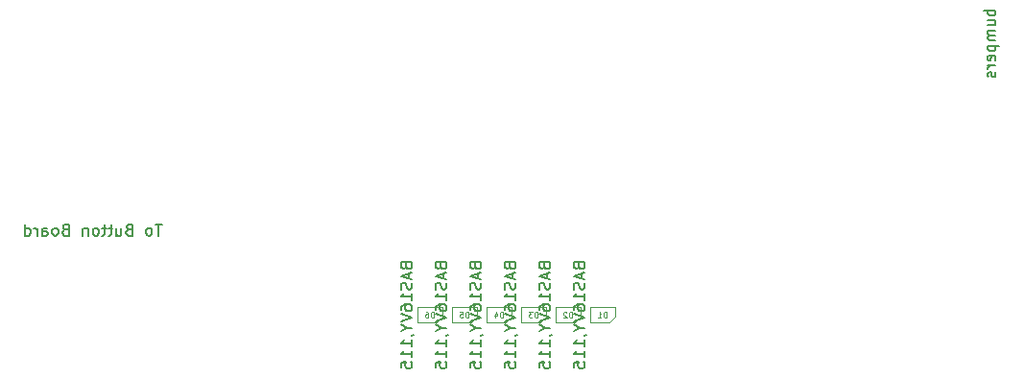
<source format=gbr>
G04 #@! TF.GenerationSoftware,KiCad,Pcbnew,8.0.2*
G04 #@! TF.CreationDate,2024-09-01T00:41:49-07:00*
G04 #@! TF.ProjectId,procon_button_board,70726f63-6f6e-45f6-9275-74746f6e5f62,rev?*
G04 #@! TF.SameCoordinates,Original*
G04 #@! TF.FileFunction,AssemblyDrawing,Bot*
%FSLAX46Y46*%
G04 Gerber Fmt 4.6, Leading zero omitted, Abs format (unit mm)*
G04 Created by KiCad (PCBNEW 8.0.2) date 2024-09-01 00:41:49*
%MOMM*%
%LPD*%
G01*
G04 APERTURE LIST*
%ADD10C,0.150000*%
%ADD11C,0.075000*%
%ADD12C,0.100000*%
G04 APERTURE END LIST*
D10*
X144305729Y-159950088D02*
X144353348Y-160092945D01*
X144353348Y-160092945D02*
X144400967Y-160140564D01*
X144400967Y-160140564D02*
X144496205Y-160188183D01*
X144496205Y-160188183D02*
X144639062Y-160188183D01*
X144639062Y-160188183D02*
X144734300Y-160140564D01*
X144734300Y-160140564D02*
X144781920Y-160092945D01*
X144781920Y-160092945D02*
X144829539Y-159997707D01*
X144829539Y-159997707D02*
X144829539Y-159616755D01*
X144829539Y-159616755D02*
X143829539Y-159616755D01*
X143829539Y-159616755D02*
X143829539Y-159950088D01*
X143829539Y-159950088D02*
X143877158Y-160045326D01*
X143877158Y-160045326D02*
X143924777Y-160092945D01*
X143924777Y-160092945D02*
X144020015Y-160140564D01*
X144020015Y-160140564D02*
X144115253Y-160140564D01*
X144115253Y-160140564D02*
X144210491Y-160092945D01*
X144210491Y-160092945D02*
X144258110Y-160045326D01*
X144258110Y-160045326D02*
X144305729Y-159950088D01*
X144305729Y-159950088D02*
X144305729Y-159616755D01*
X144543824Y-160569136D02*
X144543824Y-161045326D01*
X144829539Y-160473898D02*
X143829539Y-160807231D01*
X143829539Y-160807231D02*
X144829539Y-161140564D01*
X144781920Y-161426279D02*
X144829539Y-161569136D01*
X144829539Y-161569136D02*
X144829539Y-161807231D01*
X144829539Y-161807231D02*
X144781920Y-161902469D01*
X144781920Y-161902469D02*
X144734300Y-161950088D01*
X144734300Y-161950088D02*
X144639062Y-161997707D01*
X144639062Y-161997707D02*
X144543824Y-161997707D01*
X144543824Y-161997707D02*
X144448586Y-161950088D01*
X144448586Y-161950088D02*
X144400967Y-161902469D01*
X144400967Y-161902469D02*
X144353348Y-161807231D01*
X144353348Y-161807231D02*
X144305729Y-161616755D01*
X144305729Y-161616755D02*
X144258110Y-161521517D01*
X144258110Y-161521517D02*
X144210491Y-161473898D01*
X144210491Y-161473898D02*
X144115253Y-161426279D01*
X144115253Y-161426279D02*
X144020015Y-161426279D01*
X144020015Y-161426279D02*
X143924777Y-161473898D01*
X143924777Y-161473898D02*
X143877158Y-161521517D01*
X143877158Y-161521517D02*
X143829539Y-161616755D01*
X143829539Y-161616755D02*
X143829539Y-161854850D01*
X143829539Y-161854850D02*
X143877158Y-161997707D01*
X144829539Y-162950088D02*
X144829539Y-162378660D01*
X144829539Y-162664374D02*
X143829539Y-162664374D01*
X143829539Y-162664374D02*
X143972396Y-162569136D01*
X143972396Y-162569136D02*
X144067634Y-162473898D01*
X144067634Y-162473898D02*
X144115253Y-162378660D01*
X143829539Y-163807231D02*
X143829539Y-163616755D01*
X143829539Y-163616755D02*
X143877158Y-163521517D01*
X143877158Y-163521517D02*
X143924777Y-163473898D01*
X143924777Y-163473898D02*
X144067634Y-163378660D01*
X144067634Y-163378660D02*
X144258110Y-163331041D01*
X144258110Y-163331041D02*
X144639062Y-163331041D01*
X144639062Y-163331041D02*
X144734300Y-163378660D01*
X144734300Y-163378660D02*
X144781920Y-163426279D01*
X144781920Y-163426279D02*
X144829539Y-163521517D01*
X144829539Y-163521517D02*
X144829539Y-163711993D01*
X144829539Y-163711993D02*
X144781920Y-163807231D01*
X144781920Y-163807231D02*
X144734300Y-163854850D01*
X144734300Y-163854850D02*
X144639062Y-163902469D01*
X144639062Y-163902469D02*
X144400967Y-163902469D01*
X144400967Y-163902469D02*
X144305729Y-163854850D01*
X144305729Y-163854850D02*
X144258110Y-163807231D01*
X144258110Y-163807231D02*
X144210491Y-163711993D01*
X144210491Y-163711993D02*
X144210491Y-163521517D01*
X144210491Y-163521517D02*
X144258110Y-163426279D01*
X144258110Y-163426279D02*
X144305729Y-163378660D01*
X144305729Y-163378660D02*
X144400967Y-163331041D01*
X143829539Y-164188184D02*
X144829539Y-164521517D01*
X144829539Y-164521517D02*
X143829539Y-164854850D01*
X144353348Y-165378660D02*
X144829539Y-165378660D01*
X143829539Y-165045327D02*
X144353348Y-165378660D01*
X144353348Y-165378660D02*
X143829539Y-165711993D01*
X144781920Y-166092946D02*
X144829539Y-166092946D01*
X144829539Y-166092946D02*
X144924777Y-166045327D01*
X144924777Y-166045327D02*
X144972396Y-165997708D01*
X144829539Y-167045326D02*
X144829539Y-166473898D01*
X144829539Y-166759612D02*
X143829539Y-166759612D01*
X143829539Y-166759612D02*
X143972396Y-166664374D01*
X143972396Y-166664374D02*
X144067634Y-166569136D01*
X144067634Y-166569136D02*
X144115253Y-166473898D01*
X144829539Y-167997707D02*
X144829539Y-167426279D01*
X144829539Y-167711993D02*
X143829539Y-167711993D01*
X143829539Y-167711993D02*
X143972396Y-167616755D01*
X143972396Y-167616755D02*
X144067634Y-167521517D01*
X144067634Y-167521517D02*
X144115253Y-167426279D01*
X143829539Y-168902469D02*
X143829539Y-168426279D01*
X143829539Y-168426279D02*
X144305729Y-168378660D01*
X144305729Y-168378660D02*
X144258110Y-168426279D01*
X144258110Y-168426279D02*
X144210491Y-168521517D01*
X144210491Y-168521517D02*
X144210491Y-168759612D01*
X144210491Y-168759612D02*
X144258110Y-168854850D01*
X144258110Y-168854850D02*
X144305729Y-168902469D01*
X144305729Y-168902469D02*
X144400967Y-168950088D01*
X144400967Y-168950088D02*
X144639062Y-168950088D01*
X144639062Y-168950088D02*
X144734300Y-168902469D01*
X144734300Y-168902469D02*
X144781920Y-168854850D01*
X144781920Y-168854850D02*
X144829539Y-168759612D01*
X144829539Y-168759612D02*
X144829539Y-168521517D01*
X144829539Y-168521517D02*
X144781920Y-168426279D01*
X144781920Y-168426279D02*
X144734300Y-168378660D01*
D11*
X146743767Y-164487021D02*
X146743767Y-163987021D01*
X146743767Y-163987021D02*
X146624719Y-163987021D01*
X146624719Y-163987021D02*
X146553291Y-164010831D01*
X146553291Y-164010831D02*
X146505672Y-164058450D01*
X146505672Y-164058450D02*
X146481862Y-164106069D01*
X146481862Y-164106069D02*
X146458053Y-164201307D01*
X146458053Y-164201307D02*
X146458053Y-164272735D01*
X146458053Y-164272735D02*
X146481862Y-164367973D01*
X146481862Y-164367973D02*
X146505672Y-164415592D01*
X146505672Y-164415592D02*
X146553291Y-164463212D01*
X146553291Y-164463212D02*
X146624719Y-164487021D01*
X146624719Y-164487021D02*
X146743767Y-164487021D01*
X146267576Y-164034640D02*
X146243767Y-164010831D01*
X146243767Y-164010831D02*
X146196148Y-163987021D01*
X146196148Y-163987021D02*
X146077100Y-163987021D01*
X146077100Y-163987021D02*
X146029481Y-164010831D01*
X146029481Y-164010831D02*
X146005672Y-164034640D01*
X146005672Y-164034640D02*
X145981862Y-164082259D01*
X145981862Y-164082259D02*
X145981862Y-164129878D01*
X145981862Y-164129878D02*
X146005672Y-164201307D01*
X146005672Y-164201307D02*
X146291386Y-164487021D01*
X146291386Y-164487021D02*
X145981862Y-164487021D01*
D10*
X135161729Y-159950088D02*
X135209348Y-160092945D01*
X135209348Y-160092945D02*
X135256967Y-160140564D01*
X135256967Y-160140564D02*
X135352205Y-160188183D01*
X135352205Y-160188183D02*
X135495062Y-160188183D01*
X135495062Y-160188183D02*
X135590300Y-160140564D01*
X135590300Y-160140564D02*
X135637920Y-160092945D01*
X135637920Y-160092945D02*
X135685539Y-159997707D01*
X135685539Y-159997707D02*
X135685539Y-159616755D01*
X135685539Y-159616755D02*
X134685539Y-159616755D01*
X134685539Y-159616755D02*
X134685539Y-159950088D01*
X134685539Y-159950088D02*
X134733158Y-160045326D01*
X134733158Y-160045326D02*
X134780777Y-160092945D01*
X134780777Y-160092945D02*
X134876015Y-160140564D01*
X134876015Y-160140564D02*
X134971253Y-160140564D01*
X134971253Y-160140564D02*
X135066491Y-160092945D01*
X135066491Y-160092945D02*
X135114110Y-160045326D01*
X135114110Y-160045326D02*
X135161729Y-159950088D01*
X135161729Y-159950088D02*
X135161729Y-159616755D01*
X135399824Y-160569136D02*
X135399824Y-161045326D01*
X135685539Y-160473898D02*
X134685539Y-160807231D01*
X134685539Y-160807231D02*
X135685539Y-161140564D01*
X135637920Y-161426279D02*
X135685539Y-161569136D01*
X135685539Y-161569136D02*
X135685539Y-161807231D01*
X135685539Y-161807231D02*
X135637920Y-161902469D01*
X135637920Y-161902469D02*
X135590300Y-161950088D01*
X135590300Y-161950088D02*
X135495062Y-161997707D01*
X135495062Y-161997707D02*
X135399824Y-161997707D01*
X135399824Y-161997707D02*
X135304586Y-161950088D01*
X135304586Y-161950088D02*
X135256967Y-161902469D01*
X135256967Y-161902469D02*
X135209348Y-161807231D01*
X135209348Y-161807231D02*
X135161729Y-161616755D01*
X135161729Y-161616755D02*
X135114110Y-161521517D01*
X135114110Y-161521517D02*
X135066491Y-161473898D01*
X135066491Y-161473898D02*
X134971253Y-161426279D01*
X134971253Y-161426279D02*
X134876015Y-161426279D01*
X134876015Y-161426279D02*
X134780777Y-161473898D01*
X134780777Y-161473898D02*
X134733158Y-161521517D01*
X134733158Y-161521517D02*
X134685539Y-161616755D01*
X134685539Y-161616755D02*
X134685539Y-161854850D01*
X134685539Y-161854850D02*
X134733158Y-161997707D01*
X135685539Y-162950088D02*
X135685539Y-162378660D01*
X135685539Y-162664374D02*
X134685539Y-162664374D01*
X134685539Y-162664374D02*
X134828396Y-162569136D01*
X134828396Y-162569136D02*
X134923634Y-162473898D01*
X134923634Y-162473898D02*
X134971253Y-162378660D01*
X134685539Y-163807231D02*
X134685539Y-163616755D01*
X134685539Y-163616755D02*
X134733158Y-163521517D01*
X134733158Y-163521517D02*
X134780777Y-163473898D01*
X134780777Y-163473898D02*
X134923634Y-163378660D01*
X134923634Y-163378660D02*
X135114110Y-163331041D01*
X135114110Y-163331041D02*
X135495062Y-163331041D01*
X135495062Y-163331041D02*
X135590300Y-163378660D01*
X135590300Y-163378660D02*
X135637920Y-163426279D01*
X135637920Y-163426279D02*
X135685539Y-163521517D01*
X135685539Y-163521517D02*
X135685539Y-163711993D01*
X135685539Y-163711993D02*
X135637920Y-163807231D01*
X135637920Y-163807231D02*
X135590300Y-163854850D01*
X135590300Y-163854850D02*
X135495062Y-163902469D01*
X135495062Y-163902469D02*
X135256967Y-163902469D01*
X135256967Y-163902469D02*
X135161729Y-163854850D01*
X135161729Y-163854850D02*
X135114110Y-163807231D01*
X135114110Y-163807231D02*
X135066491Y-163711993D01*
X135066491Y-163711993D02*
X135066491Y-163521517D01*
X135066491Y-163521517D02*
X135114110Y-163426279D01*
X135114110Y-163426279D02*
X135161729Y-163378660D01*
X135161729Y-163378660D02*
X135256967Y-163331041D01*
X134685539Y-164188184D02*
X135685539Y-164521517D01*
X135685539Y-164521517D02*
X134685539Y-164854850D01*
X135209348Y-165378660D02*
X135685539Y-165378660D01*
X134685539Y-165045327D02*
X135209348Y-165378660D01*
X135209348Y-165378660D02*
X134685539Y-165711993D01*
X135637920Y-166092946D02*
X135685539Y-166092946D01*
X135685539Y-166092946D02*
X135780777Y-166045327D01*
X135780777Y-166045327D02*
X135828396Y-165997708D01*
X135685539Y-167045326D02*
X135685539Y-166473898D01*
X135685539Y-166759612D02*
X134685539Y-166759612D01*
X134685539Y-166759612D02*
X134828396Y-166664374D01*
X134828396Y-166664374D02*
X134923634Y-166569136D01*
X134923634Y-166569136D02*
X134971253Y-166473898D01*
X135685539Y-167997707D02*
X135685539Y-167426279D01*
X135685539Y-167711993D02*
X134685539Y-167711993D01*
X134685539Y-167711993D02*
X134828396Y-167616755D01*
X134828396Y-167616755D02*
X134923634Y-167521517D01*
X134923634Y-167521517D02*
X134971253Y-167426279D01*
X134685539Y-168902469D02*
X134685539Y-168426279D01*
X134685539Y-168426279D02*
X135161729Y-168378660D01*
X135161729Y-168378660D02*
X135114110Y-168426279D01*
X135114110Y-168426279D02*
X135066491Y-168521517D01*
X135066491Y-168521517D02*
X135066491Y-168759612D01*
X135066491Y-168759612D02*
X135114110Y-168854850D01*
X135114110Y-168854850D02*
X135161729Y-168902469D01*
X135161729Y-168902469D02*
X135256967Y-168950088D01*
X135256967Y-168950088D02*
X135495062Y-168950088D01*
X135495062Y-168950088D02*
X135590300Y-168902469D01*
X135590300Y-168902469D02*
X135637920Y-168854850D01*
X135637920Y-168854850D02*
X135685539Y-168759612D01*
X135685539Y-168759612D02*
X135685539Y-168521517D01*
X135685539Y-168521517D02*
X135637920Y-168426279D01*
X135637920Y-168426279D02*
X135590300Y-168378660D01*
D11*
X137599767Y-164487021D02*
X137599767Y-163987021D01*
X137599767Y-163987021D02*
X137480719Y-163987021D01*
X137480719Y-163987021D02*
X137409291Y-164010831D01*
X137409291Y-164010831D02*
X137361672Y-164058450D01*
X137361672Y-164058450D02*
X137337862Y-164106069D01*
X137337862Y-164106069D02*
X137314053Y-164201307D01*
X137314053Y-164201307D02*
X137314053Y-164272735D01*
X137314053Y-164272735D02*
X137337862Y-164367973D01*
X137337862Y-164367973D02*
X137361672Y-164415592D01*
X137361672Y-164415592D02*
X137409291Y-164463212D01*
X137409291Y-164463212D02*
X137480719Y-164487021D01*
X137480719Y-164487021D02*
X137599767Y-164487021D01*
X136861672Y-163987021D02*
X137099767Y-163987021D01*
X137099767Y-163987021D02*
X137123576Y-164225116D01*
X137123576Y-164225116D02*
X137099767Y-164201307D01*
X137099767Y-164201307D02*
X137052148Y-164177497D01*
X137052148Y-164177497D02*
X136933100Y-164177497D01*
X136933100Y-164177497D02*
X136885481Y-164201307D01*
X136885481Y-164201307D02*
X136861672Y-164225116D01*
X136861672Y-164225116D02*
X136837862Y-164272735D01*
X136837862Y-164272735D02*
X136837862Y-164391783D01*
X136837862Y-164391783D02*
X136861672Y-164439402D01*
X136861672Y-164439402D02*
X136885481Y-164463212D01*
X136885481Y-164463212D02*
X136933100Y-164487021D01*
X136933100Y-164487021D02*
X137052148Y-164487021D01*
X137052148Y-164487021D02*
X137099767Y-164463212D01*
X137099767Y-164463212D02*
X137123576Y-164439402D01*
D10*
X138209729Y-159950088D02*
X138257348Y-160092945D01*
X138257348Y-160092945D02*
X138304967Y-160140564D01*
X138304967Y-160140564D02*
X138400205Y-160188183D01*
X138400205Y-160188183D02*
X138543062Y-160188183D01*
X138543062Y-160188183D02*
X138638300Y-160140564D01*
X138638300Y-160140564D02*
X138685920Y-160092945D01*
X138685920Y-160092945D02*
X138733539Y-159997707D01*
X138733539Y-159997707D02*
X138733539Y-159616755D01*
X138733539Y-159616755D02*
X137733539Y-159616755D01*
X137733539Y-159616755D02*
X137733539Y-159950088D01*
X137733539Y-159950088D02*
X137781158Y-160045326D01*
X137781158Y-160045326D02*
X137828777Y-160092945D01*
X137828777Y-160092945D02*
X137924015Y-160140564D01*
X137924015Y-160140564D02*
X138019253Y-160140564D01*
X138019253Y-160140564D02*
X138114491Y-160092945D01*
X138114491Y-160092945D02*
X138162110Y-160045326D01*
X138162110Y-160045326D02*
X138209729Y-159950088D01*
X138209729Y-159950088D02*
X138209729Y-159616755D01*
X138447824Y-160569136D02*
X138447824Y-161045326D01*
X138733539Y-160473898D02*
X137733539Y-160807231D01*
X137733539Y-160807231D02*
X138733539Y-161140564D01*
X138685920Y-161426279D02*
X138733539Y-161569136D01*
X138733539Y-161569136D02*
X138733539Y-161807231D01*
X138733539Y-161807231D02*
X138685920Y-161902469D01*
X138685920Y-161902469D02*
X138638300Y-161950088D01*
X138638300Y-161950088D02*
X138543062Y-161997707D01*
X138543062Y-161997707D02*
X138447824Y-161997707D01*
X138447824Y-161997707D02*
X138352586Y-161950088D01*
X138352586Y-161950088D02*
X138304967Y-161902469D01*
X138304967Y-161902469D02*
X138257348Y-161807231D01*
X138257348Y-161807231D02*
X138209729Y-161616755D01*
X138209729Y-161616755D02*
X138162110Y-161521517D01*
X138162110Y-161521517D02*
X138114491Y-161473898D01*
X138114491Y-161473898D02*
X138019253Y-161426279D01*
X138019253Y-161426279D02*
X137924015Y-161426279D01*
X137924015Y-161426279D02*
X137828777Y-161473898D01*
X137828777Y-161473898D02*
X137781158Y-161521517D01*
X137781158Y-161521517D02*
X137733539Y-161616755D01*
X137733539Y-161616755D02*
X137733539Y-161854850D01*
X137733539Y-161854850D02*
X137781158Y-161997707D01*
X138733539Y-162950088D02*
X138733539Y-162378660D01*
X138733539Y-162664374D02*
X137733539Y-162664374D01*
X137733539Y-162664374D02*
X137876396Y-162569136D01*
X137876396Y-162569136D02*
X137971634Y-162473898D01*
X137971634Y-162473898D02*
X138019253Y-162378660D01*
X137733539Y-163807231D02*
X137733539Y-163616755D01*
X137733539Y-163616755D02*
X137781158Y-163521517D01*
X137781158Y-163521517D02*
X137828777Y-163473898D01*
X137828777Y-163473898D02*
X137971634Y-163378660D01*
X137971634Y-163378660D02*
X138162110Y-163331041D01*
X138162110Y-163331041D02*
X138543062Y-163331041D01*
X138543062Y-163331041D02*
X138638300Y-163378660D01*
X138638300Y-163378660D02*
X138685920Y-163426279D01*
X138685920Y-163426279D02*
X138733539Y-163521517D01*
X138733539Y-163521517D02*
X138733539Y-163711993D01*
X138733539Y-163711993D02*
X138685920Y-163807231D01*
X138685920Y-163807231D02*
X138638300Y-163854850D01*
X138638300Y-163854850D02*
X138543062Y-163902469D01*
X138543062Y-163902469D02*
X138304967Y-163902469D01*
X138304967Y-163902469D02*
X138209729Y-163854850D01*
X138209729Y-163854850D02*
X138162110Y-163807231D01*
X138162110Y-163807231D02*
X138114491Y-163711993D01*
X138114491Y-163711993D02*
X138114491Y-163521517D01*
X138114491Y-163521517D02*
X138162110Y-163426279D01*
X138162110Y-163426279D02*
X138209729Y-163378660D01*
X138209729Y-163378660D02*
X138304967Y-163331041D01*
X137733539Y-164188184D02*
X138733539Y-164521517D01*
X138733539Y-164521517D02*
X137733539Y-164854850D01*
X138257348Y-165378660D02*
X138733539Y-165378660D01*
X137733539Y-165045327D02*
X138257348Y-165378660D01*
X138257348Y-165378660D02*
X137733539Y-165711993D01*
X138685920Y-166092946D02*
X138733539Y-166092946D01*
X138733539Y-166092946D02*
X138828777Y-166045327D01*
X138828777Y-166045327D02*
X138876396Y-165997708D01*
X138733539Y-167045326D02*
X138733539Y-166473898D01*
X138733539Y-166759612D02*
X137733539Y-166759612D01*
X137733539Y-166759612D02*
X137876396Y-166664374D01*
X137876396Y-166664374D02*
X137971634Y-166569136D01*
X137971634Y-166569136D02*
X138019253Y-166473898D01*
X138733539Y-167997707D02*
X138733539Y-167426279D01*
X138733539Y-167711993D02*
X137733539Y-167711993D01*
X137733539Y-167711993D02*
X137876396Y-167616755D01*
X137876396Y-167616755D02*
X137971634Y-167521517D01*
X137971634Y-167521517D02*
X138019253Y-167426279D01*
X137733539Y-168902469D02*
X137733539Y-168426279D01*
X137733539Y-168426279D02*
X138209729Y-168378660D01*
X138209729Y-168378660D02*
X138162110Y-168426279D01*
X138162110Y-168426279D02*
X138114491Y-168521517D01*
X138114491Y-168521517D02*
X138114491Y-168759612D01*
X138114491Y-168759612D02*
X138162110Y-168854850D01*
X138162110Y-168854850D02*
X138209729Y-168902469D01*
X138209729Y-168902469D02*
X138304967Y-168950088D01*
X138304967Y-168950088D02*
X138543062Y-168950088D01*
X138543062Y-168950088D02*
X138638300Y-168902469D01*
X138638300Y-168902469D02*
X138685920Y-168854850D01*
X138685920Y-168854850D02*
X138733539Y-168759612D01*
X138733539Y-168759612D02*
X138733539Y-168521517D01*
X138733539Y-168521517D02*
X138685920Y-168426279D01*
X138685920Y-168426279D02*
X138638300Y-168378660D01*
D11*
X140647767Y-164487021D02*
X140647767Y-163987021D01*
X140647767Y-163987021D02*
X140528719Y-163987021D01*
X140528719Y-163987021D02*
X140457291Y-164010831D01*
X140457291Y-164010831D02*
X140409672Y-164058450D01*
X140409672Y-164058450D02*
X140385862Y-164106069D01*
X140385862Y-164106069D02*
X140362053Y-164201307D01*
X140362053Y-164201307D02*
X140362053Y-164272735D01*
X140362053Y-164272735D02*
X140385862Y-164367973D01*
X140385862Y-164367973D02*
X140409672Y-164415592D01*
X140409672Y-164415592D02*
X140457291Y-164463212D01*
X140457291Y-164463212D02*
X140528719Y-164487021D01*
X140528719Y-164487021D02*
X140647767Y-164487021D01*
X139933481Y-164153688D02*
X139933481Y-164487021D01*
X140052529Y-163963212D02*
X140171576Y-164320354D01*
X140171576Y-164320354D02*
X139862053Y-164320354D01*
D10*
X132113729Y-159950088D02*
X132161348Y-160092945D01*
X132161348Y-160092945D02*
X132208967Y-160140564D01*
X132208967Y-160140564D02*
X132304205Y-160188183D01*
X132304205Y-160188183D02*
X132447062Y-160188183D01*
X132447062Y-160188183D02*
X132542300Y-160140564D01*
X132542300Y-160140564D02*
X132589920Y-160092945D01*
X132589920Y-160092945D02*
X132637539Y-159997707D01*
X132637539Y-159997707D02*
X132637539Y-159616755D01*
X132637539Y-159616755D02*
X131637539Y-159616755D01*
X131637539Y-159616755D02*
X131637539Y-159950088D01*
X131637539Y-159950088D02*
X131685158Y-160045326D01*
X131685158Y-160045326D02*
X131732777Y-160092945D01*
X131732777Y-160092945D02*
X131828015Y-160140564D01*
X131828015Y-160140564D02*
X131923253Y-160140564D01*
X131923253Y-160140564D02*
X132018491Y-160092945D01*
X132018491Y-160092945D02*
X132066110Y-160045326D01*
X132066110Y-160045326D02*
X132113729Y-159950088D01*
X132113729Y-159950088D02*
X132113729Y-159616755D01*
X132351824Y-160569136D02*
X132351824Y-161045326D01*
X132637539Y-160473898D02*
X131637539Y-160807231D01*
X131637539Y-160807231D02*
X132637539Y-161140564D01*
X132589920Y-161426279D02*
X132637539Y-161569136D01*
X132637539Y-161569136D02*
X132637539Y-161807231D01*
X132637539Y-161807231D02*
X132589920Y-161902469D01*
X132589920Y-161902469D02*
X132542300Y-161950088D01*
X132542300Y-161950088D02*
X132447062Y-161997707D01*
X132447062Y-161997707D02*
X132351824Y-161997707D01*
X132351824Y-161997707D02*
X132256586Y-161950088D01*
X132256586Y-161950088D02*
X132208967Y-161902469D01*
X132208967Y-161902469D02*
X132161348Y-161807231D01*
X132161348Y-161807231D02*
X132113729Y-161616755D01*
X132113729Y-161616755D02*
X132066110Y-161521517D01*
X132066110Y-161521517D02*
X132018491Y-161473898D01*
X132018491Y-161473898D02*
X131923253Y-161426279D01*
X131923253Y-161426279D02*
X131828015Y-161426279D01*
X131828015Y-161426279D02*
X131732777Y-161473898D01*
X131732777Y-161473898D02*
X131685158Y-161521517D01*
X131685158Y-161521517D02*
X131637539Y-161616755D01*
X131637539Y-161616755D02*
X131637539Y-161854850D01*
X131637539Y-161854850D02*
X131685158Y-161997707D01*
X132637539Y-162950088D02*
X132637539Y-162378660D01*
X132637539Y-162664374D02*
X131637539Y-162664374D01*
X131637539Y-162664374D02*
X131780396Y-162569136D01*
X131780396Y-162569136D02*
X131875634Y-162473898D01*
X131875634Y-162473898D02*
X131923253Y-162378660D01*
X131637539Y-163807231D02*
X131637539Y-163616755D01*
X131637539Y-163616755D02*
X131685158Y-163521517D01*
X131685158Y-163521517D02*
X131732777Y-163473898D01*
X131732777Y-163473898D02*
X131875634Y-163378660D01*
X131875634Y-163378660D02*
X132066110Y-163331041D01*
X132066110Y-163331041D02*
X132447062Y-163331041D01*
X132447062Y-163331041D02*
X132542300Y-163378660D01*
X132542300Y-163378660D02*
X132589920Y-163426279D01*
X132589920Y-163426279D02*
X132637539Y-163521517D01*
X132637539Y-163521517D02*
X132637539Y-163711993D01*
X132637539Y-163711993D02*
X132589920Y-163807231D01*
X132589920Y-163807231D02*
X132542300Y-163854850D01*
X132542300Y-163854850D02*
X132447062Y-163902469D01*
X132447062Y-163902469D02*
X132208967Y-163902469D01*
X132208967Y-163902469D02*
X132113729Y-163854850D01*
X132113729Y-163854850D02*
X132066110Y-163807231D01*
X132066110Y-163807231D02*
X132018491Y-163711993D01*
X132018491Y-163711993D02*
X132018491Y-163521517D01*
X132018491Y-163521517D02*
X132066110Y-163426279D01*
X132066110Y-163426279D02*
X132113729Y-163378660D01*
X132113729Y-163378660D02*
X132208967Y-163331041D01*
X131637539Y-164188184D02*
X132637539Y-164521517D01*
X132637539Y-164521517D02*
X131637539Y-164854850D01*
X132161348Y-165378660D02*
X132637539Y-165378660D01*
X131637539Y-165045327D02*
X132161348Y-165378660D01*
X132161348Y-165378660D02*
X131637539Y-165711993D01*
X132589920Y-166092946D02*
X132637539Y-166092946D01*
X132637539Y-166092946D02*
X132732777Y-166045327D01*
X132732777Y-166045327D02*
X132780396Y-165997708D01*
X132637539Y-167045326D02*
X132637539Y-166473898D01*
X132637539Y-166759612D02*
X131637539Y-166759612D01*
X131637539Y-166759612D02*
X131780396Y-166664374D01*
X131780396Y-166664374D02*
X131875634Y-166569136D01*
X131875634Y-166569136D02*
X131923253Y-166473898D01*
X132637539Y-167997707D02*
X132637539Y-167426279D01*
X132637539Y-167711993D02*
X131637539Y-167711993D01*
X131637539Y-167711993D02*
X131780396Y-167616755D01*
X131780396Y-167616755D02*
X131875634Y-167521517D01*
X131875634Y-167521517D02*
X131923253Y-167426279D01*
X131637539Y-168902469D02*
X131637539Y-168426279D01*
X131637539Y-168426279D02*
X132113729Y-168378660D01*
X132113729Y-168378660D02*
X132066110Y-168426279D01*
X132066110Y-168426279D02*
X132018491Y-168521517D01*
X132018491Y-168521517D02*
X132018491Y-168759612D01*
X132018491Y-168759612D02*
X132066110Y-168854850D01*
X132066110Y-168854850D02*
X132113729Y-168902469D01*
X132113729Y-168902469D02*
X132208967Y-168950088D01*
X132208967Y-168950088D02*
X132447062Y-168950088D01*
X132447062Y-168950088D02*
X132542300Y-168902469D01*
X132542300Y-168902469D02*
X132589920Y-168854850D01*
X132589920Y-168854850D02*
X132637539Y-168759612D01*
X132637539Y-168759612D02*
X132637539Y-168521517D01*
X132637539Y-168521517D02*
X132589920Y-168426279D01*
X132589920Y-168426279D02*
X132542300Y-168378660D01*
D11*
X134551767Y-164487021D02*
X134551767Y-163987021D01*
X134551767Y-163987021D02*
X134432719Y-163987021D01*
X134432719Y-163987021D02*
X134361291Y-164010831D01*
X134361291Y-164010831D02*
X134313672Y-164058450D01*
X134313672Y-164058450D02*
X134289862Y-164106069D01*
X134289862Y-164106069D02*
X134266053Y-164201307D01*
X134266053Y-164201307D02*
X134266053Y-164272735D01*
X134266053Y-164272735D02*
X134289862Y-164367973D01*
X134289862Y-164367973D02*
X134313672Y-164415592D01*
X134313672Y-164415592D02*
X134361291Y-164463212D01*
X134361291Y-164463212D02*
X134432719Y-164487021D01*
X134432719Y-164487021D02*
X134551767Y-164487021D01*
X133837481Y-163987021D02*
X133932719Y-163987021D01*
X133932719Y-163987021D02*
X133980338Y-164010831D01*
X133980338Y-164010831D02*
X134004148Y-164034640D01*
X134004148Y-164034640D02*
X134051767Y-164106069D01*
X134051767Y-164106069D02*
X134075576Y-164201307D01*
X134075576Y-164201307D02*
X134075576Y-164391783D01*
X134075576Y-164391783D02*
X134051767Y-164439402D01*
X134051767Y-164439402D02*
X134027957Y-164463212D01*
X134027957Y-164463212D02*
X133980338Y-164487021D01*
X133980338Y-164487021D02*
X133885100Y-164487021D01*
X133885100Y-164487021D02*
X133837481Y-164463212D01*
X133837481Y-164463212D02*
X133813672Y-164439402D01*
X133813672Y-164439402D02*
X133789862Y-164391783D01*
X133789862Y-164391783D02*
X133789862Y-164272735D01*
X133789862Y-164272735D02*
X133813672Y-164225116D01*
X133813672Y-164225116D02*
X133837481Y-164201307D01*
X133837481Y-164201307D02*
X133885100Y-164177497D01*
X133885100Y-164177497D02*
X133980338Y-164177497D01*
X133980338Y-164177497D02*
X134027957Y-164201307D01*
X134027957Y-164201307D02*
X134051767Y-164225116D01*
X134051767Y-164225116D02*
X134075576Y-164272735D01*
D10*
X141257729Y-159950088D02*
X141305348Y-160092945D01*
X141305348Y-160092945D02*
X141352967Y-160140564D01*
X141352967Y-160140564D02*
X141448205Y-160188183D01*
X141448205Y-160188183D02*
X141591062Y-160188183D01*
X141591062Y-160188183D02*
X141686300Y-160140564D01*
X141686300Y-160140564D02*
X141733920Y-160092945D01*
X141733920Y-160092945D02*
X141781539Y-159997707D01*
X141781539Y-159997707D02*
X141781539Y-159616755D01*
X141781539Y-159616755D02*
X140781539Y-159616755D01*
X140781539Y-159616755D02*
X140781539Y-159950088D01*
X140781539Y-159950088D02*
X140829158Y-160045326D01*
X140829158Y-160045326D02*
X140876777Y-160092945D01*
X140876777Y-160092945D02*
X140972015Y-160140564D01*
X140972015Y-160140564D02*
X141067253Y-160140564D01*
X141067253Y-160140564D02*
X141162491Y-160092945D01*
X141162491Y-160092945D02*
X141210110Y-160045326D01*
X141210110Y-160045326D02*
X141257729Y-159950088D01*
X141257729Y-159950088D02*
X141257729Y-159616755D01*
X141495824Y-160569136D02*
X141495824Y-161045326D01*
X141781539Y-160473898D02*
X140781539Y-160807231D01*
X140781539Y-160807231D02*
X141781539Y-161140564D01*
X141733920Y-161426279D02*
X141781539Y-161569136D01*
X141781539Y-161569136D02*
X141781539Y-161807231D01*
X141781539Y-161807231D02*
X141733920Y-161902469D01*
X141733920Y-161902469D02*
X141686300Y-161950088D01*
X141686300Y-161950088D02*
X141591062Y-161997707D01*
X141591062Y-161997707D02*
X141495824Y-161997707D01*
X141495824Y-161997707D02*
X141400586Y-161950088D01*
X141400586Y-161950088D02*
X141352967Y-161902469D01*
X141352967Y-161902469D02*
X141305348Y-161807231D01*
X141305348Y-161807231D02*
X141257729Y-161616755D01*
X141257729Y-161616755D02*
X141210110Y-161521517D01*
X141210110Y-161521517D02*
X141162491Y-161473898D01*
X141162491Y-161473898D02*
X141067253Y-161426279D01*
X141067253Y-161426279D02*
X140972015Y-161426279D01*
X140972015Y-161426279D02*
X140876777Y-161473898D01*
X140876777Y-161473898D02*
X140829158Y-161521517D01*
X140829158Y-161521517D02*
X140781539Y-161616755D01*
X140781539Y-161616755D02*
X140781539Y-161854850D01*
X140781539Y-161854850D02*
X140829158Y-161997707D01*
X141781539Y-162950088D02*
X141781539Y-162378660D01*
X141781539Y-162664374D02*
X140781539Y-162664374D01*
X140781539Y-162664374D02*
X140924396Y-162569136D01*
X140924396Y-162569136D02*
X141019634Y-162473898D01*
X141019634Y-162473898D02*
X141067253Y-162378660D01*
X140781539Y-163807231D02*
X140781539Y-163616755D01*
X140781539Y-163616755D02*
X140829158Y-163521517D01*
X140829158Y-163521517D02*
X140876777Y-163473898D01*
X140876777Y-163473898D02*
X141019634Y-163378660D01*
X141019634Y-163378660D02*
X141210110Y-163331041D01*
X141210110Y-163331041D02*
X141591062Y-163331041D01*
X141591062Y-163331041D02*
X141686300Y-163378660D01*
X141686300Y-163378660D02*
X141733920Y-163426279D01*
X141733920Y-163426279D02*
X141781539Y-163521517D01*
X141781539Y-163521517D02*
X141781539Y-163711993D01*
X141781539Y-163711993D02*
X141733920Y-163807231D01*
X141733920Y-163807231D02*
X141686300Y-163854850D01*
X141686300Y-163854850D02*
X141591062Y-163902469D01*
X141591062Y-163902469D02*
X141352967Y-163902469D01*
X141352967Y-163902469D02*
X141257729Y-163854850D01*
X141257729Y-163854850D02*
X141210110Y-163807231D01*
X141210110Y-163807231D02*
X141162491Y-163711993D01*
X141162491Y-163711993D02*
X141162491Y-163521517D01*
X141162491Y-163521517D02*
X141210110Y-163426279D01*
X141210110Y-163426279D02*
X141257729Y-163378660D01*
X141257729Y-163378660D02*
X141352967Y-163331041D01*
X140781539Y-164188184D02*
X141781539Y-164521517D01*
X141781539Y-164521517D02*
X140781539Y-164854850D01*
X141305348Y-165378660D02*
X141781539Y-165378660D01*
X140781539Y-165045327D02*
X141305348Y-165378660D01*
X141305348Y-165378660D02*
X140781539Y-165711993D01*
X141733920Y-166092946D02*
X141781539Y-166092946D01*
X141781539Y-166092946D02*
X141876777Y-166045327D01*
X141876777Y-166045327D02*
X141924396Y-165997708D01*
X141781539Y-167045326D02*
X141781539Y-166473898D01*
X141781539Y-166759612D02*
X140781539Y-166759612D01*
X140781539Y-166759612D02*
X140924396Y-166664374D01*
X140924396Y-166664374D02*
X141019634Y-166569136D01*
X141019634Y-166569136D02*
X141067253Y-166473898D01*
X141781539Y-167997707D02*
X141781539Y-167426279D01*
X141781539Y-167711993D02*
X140781539Y-167711993D01*
X140781539Y-167711993D02*
X140924396Y-167616755D01*
X140924396Y-167616755D02*
X141019634Y-167521517D01*
X141019634Y-167521517D02*
X141067253Y-167426279D01*
X140781539Y-168902469D02*
X140781539Y-168426279D01*
X140781539Y-168426279D02*
X141257729Y-168378660D01*
X141257729Y-168378660D02*
X141210110Y-168426279D01*
X141210110Y-168426279D02*
X141162491Y-168521517D01*
X141162491Y-168521517D02*
X141162491Y-168759612D01*
X141162491Y-168759612D02*
X141210110Y-168854850D01*
X141210110Y-168854850D02*
X141257729Y-168902469D01*
X141257729Y-168902469D02*
X141352967Y-168950088D01*
X141352967Y-168950088D02*
X141591062Y-168950088D01*
X141591062Y-168950088D02*
X141686300Y-168902469D01*
X141686300Y-168902469D02*
X141733920Y-168854850D01*
X141733920Y-168854850D02*
X141781539Y-168759612D01*
X141781539Y-168759612D02*
X141781539Y-168521517D01*
X141781539Y-168521517D02*
X141733920Y-168426279D01*
X141733920Y-168426279D02*
X141686300Y-168378660D01*
D11*
X143695767Y-164487021D02*
X143695767Y-163987021D01*
X143695767Y-163987021D02*
X143576719Y-163987021D01*
X143576719Y-163987021D02*
X143505291Y-164010831D01*
X143505291Y-164010831D02*
X143457672Y-164058450D01*
X143457672Y-164058450D02*
X143433862Y-164106069D01*
X143433862Y-164106069D02*
X143410053Y-164201307D01*
X143410053Y-164201307D02*
X143410053Y-164272735D01*
X143410053Y-164272735D02*
X143433862Y-164367973D01*
X143433862Y-164367973D02*
X143457672Y-164415592D01*
X143457672Y-164415592D02*
X143505291Y-164463212D01*
X143505291Y-164463212D02*
X143576719Y-164487021D01*
X143576719Y-164487021D02*
X143695767Y-164487021D01*
X143243386Y-163987021D02*
X142933862Y-163987021D01*
X142933862Y-163987021D02*
X143100529Y-164177497D01*
X143100529Y-164177497D02*
X143029100Y-164177497D01*
X143029100Y-164177497D02*
X142981481Y-164201307D01*
X142981481Y-164201307D02*
X142957672Y-164225116D01*
X142957672Y-164225116D02*
X142933862Y-164272735D01*
X142933862Y-164272735D02*
X142933862Y-164391783D01*
X142933862Y-164391783D02*
X142957672Y-164439402D01*
X142957672Y-164439402D02*
X142981481Y-164463212D01*
X142981481Y-164463212D02*
X143029100Y-164487021D01*
X143029100Y-164487021D02*
X143171957Y-164487021D01*
X143171957Y-164487021D02*
X143219576Y-164463212D01*
X143219576Y-164463212D02*
X143243386Y-164439402D01*
D10*
X147353729Y-159950088D02*
X147401348Y-160092945D01*
X147401348Y-160092945D02*
X147448967Y-160140564D01*
X147448967Y-160140564D02*
X147544205Y-160188183D01*
X147544205Y-160188183D02*
X147687062Y-160188183D01*
X147687062Y-160188183D02*
X147782300Y-160140564D01*
X147782300Y-160140564D02*
X147829920Y-160092945D01*
X147829920Y-160092945D02*
X147877539Y-159997707D01*
X147877539Y-159997707D02*
X147877539Y-159616755D01*
X147877539Y-159616755D02*
X146877539Y-159616755D01*
X146877539Y-159616755D02*
X146877539Y-159950088D01*
X146877539Y-159950088D02*
X146925158Y-160045326D01*
X146925158Y-160045326D02*
X146972777Y-160092945D01*
X146972777Y-160092945D02*
X147068015Y-160140564D01*
X147068015Y-160140564D02*
X147163253Y-160140564D01*
X147163253Y-160140564D02*
X147258491Y-160092945D01*
X147258491Y-160092945D02*
X147306110Y-160045326D01*
X147306110Y-160045326D02*
X147353729Y-159950088D01*
X147353729Y-159950088D02*
X147353729Y-159616755D01*
X147591824Y-160569136D02*
X147591824Y-161045326D01*
X147877539Y-160473898D02*
X146877539Y-160807231D01*
X146877539Y-160807231D02*
X147877539Y-161140564D01*
X147829920Y-161426279D02*
X147877539Y-161569136D01*
X147877539Y-161569136D02*
X147877539Y-161807231D01*
X147877539Y-161807231D02*
X147829920Y-161902469D01*
X147829920Y-161902469D02*
X147782300Y-161950088D01*
X147782300Y-161950088D02*
X147687062Y-161997707D01*
X147687062Y-161997707D02*
X147591824Y-161997707D01*
X147591824Y-161997707D02*
X147496586Y-161950088D01*
X147496586Y-161950088D02*
X147448967Y-161902469D01*
X147448967Y-161902469D02*
X147401348Y-161807231D01*
X147401348Y-161807231D02*
X147353729Y-161616755D01*
X147353729Y-161616755D02*
X147306110Y-161521517D01*
X147306110Y-161521517D02*
X147258491Y-161473898D01*
X147258491Y-161473898D02*
X147163253Y-161426279D01*
X147163253Y-161426279D02*
X147068015Y-161426279D01*
X147068015Y-161426279D02*
X146972777Y-161473898D01*
X146972777Y-161473898D02*
X146925158Y-161521517D01*
X146925158Y-161521517D02*
X146877539Y-161616755D01*
X146877539Y-161616755D02*
X146877539Y-161854850D01*
X146877539Y-161854850D02*
X146925158Y-161997707D01*
X147877539Y-162950088D02*
X147877539Y-162378660D01*
X147877539Y-162664374D02*
X146877539Y-162664374D01*
X146877539Y-162664374D02*
X147020396Y-162569136D01*
X147020396Y-162569136D02*
X147115634Y-162473898D01*
X147115634Y-162473898D02*
X147163253Y-162378660D01*
X146877539Y-163807231D02*
X146877539Y-163616755D01*
X146877539Y-163616755D02*
X146925158Y-163521517D01*
X146925158Y-163521517D02*
X146972777Y-163473898D01*
X146972777Y-163473898D02*
X147115634Y-163378660D01*
X147115634Y-163378660D02*
X147306110Y-163331041D01*
X147306110Y-163331041D02*
X147687062Y-163331041D01*
X147687062Y-163331041D02*
X147782300Y-163378660D01*
X147782300Y-163378660D02*
X147829920Y-163426279D01*
X147829920Y-163426279D02*
X147877539Y-163521517D01*
X147877539Y-163521517D02*
X147877539Y-163711993D01*
X147877539Y-163711993D02*
X147829920Y-163807231D01*
X147829920Y-163807231D02*
X147782300Y-163854850D01*
X147782300Y-163854850D02*
X147687062Y-163902469D01*
X147687062Y-163902469D02*
X147448967Y-163902469D01*
X147448967Y-163902469D02*
X147353729Y-163854850D01*
X147353729Y-163854850D02*
X147306110Y-163807231D01*
X147306110Y-163807231D02*
X147258491Y-163711993D01*
X147258491Y-163711993D02*
X147258491Y-163521517D01*
X147258491Y-163521517D02*
X147306110Y-163426279D01*
X147306110Y-163426279D02*
X147353729Y-163378660D01*
X147353729Y-163378660D02*
X147448967Y-163331041D01*
X146877539Y-164188184D02*
X147877539Y-164521517D01*
X147877539Y-164521517D02*
X146877539Y-164854850D01*
X147401348Y-165378660D02*
X147877539Y-165378660D01*
X146877539Y-165045327D02*
X147401348Y-165378660D01*
X147401348Y-165378660D02*
X146877539Y-165711993D01*
X147829920Y-166092946D02*
X147877539Y-166092946D01*
X147877539Y-166092946D02*
X147972777Y-166045327D01*
X147972777Y-166045327D02*
X148020396Y-165997708D01*
X147877539Y-167045326D02*
X147877539Y-166473898D01*
X147877539Y-166759612D02*
X146877539Y-166759612D01*
X146877539Y-166759612D02*
X147020396Y-166664374D01*
X147020396Y-166664374D02*
X147115634Y-166569136D01*
X147115634Y-166569136D02*
X147163253Y-166473898D01*
X147877539Y-167997707D02*
X147877539Y-167426279D01*
X147877539Y-167711993D02*
X146877539Y-167711993D01*
X146877539Y-167711993D02*
X147020396Y-167616755D01*
X147020396Y-167616755D02*
X147115634Y-167521517D01*
X147115634Y-167521517D02*
X147163253Y-167426279D01*
X146877539Y-168902469D02*
X146877539Y-168426279D01*
X146877539Y-168426279D02*
X147353729Y-168378660D01*
X147353729Y-168378660D02*
X147306110Y-168426279D01*
X147306110Y-168426279D02*
X147258491Y-168521517D01*
X147258491Y-168521517D02*
X147258491Y-168759612D01*
X147258491Y-168759612D02*
X147306110Y-168854850D01*
X147306110Y-168854850D02*
X147353729Y-168902469D01*
X147353729Y-168902469D02*
X147448967Y-168950088D01*
X147448967Y-168950088D02*
X147687062Y-168950088D01*
X147687062Y-168950088D02*
X147782300Y-168902469D01*
X147782300Y-168902469D02*
X147829920Y-168854850D01*
X147829920Y-168854850D02*
X147877539Y-168759612D01*
X147877539Y-168759612D02*
X147877539Y-168521517D01*
X147877539Y-168521517D02*
X147829920Y-168426279D01*
X147829920Y-168426279D02*
X147782300Y-168378660D01*
D11*
X149791767Y-164487021D02*
X149791767Y-163987021D01*
X149791767Y-163987021D02*
X149672719Y-163987021D01*
X149672719Y-163987021D02*
X149601291Y-164010831D01*
X149601291Y-164010831D02*
X149553672Y-164058450D01*
X149553672Y-164058450D02*
X149529862Y-164106069D01*
X149529862Y-164106069D02*
X149506053Y-164201307D01*
X149506053Y-164201307D02*
X149506053Y-164272735D01*
X149506053Y-164272735D02*
X149529862Y-164367973D01*
X149529862Y-164367973D02*
X149553672Y-164415592D01*
X149553672Y-164415592D02*
X149601291Y-164463212D01*
X149601291Y-164463212D02*
X149672719Y-164487021D01*
X149672719Y-164487021D02*
X149791767Y-164487021D01*
X149029862Y-164487021D02*
X149315576Y-164487021D01*
X149172719Y-164487021D02*
X149172719Y-163987021D01*
X149172719Y-163987021D02*
X149220338Y-164058450D01*
X149220338Y-164058450D02*
X149267957Y-164106069D01*
X149267957Y-164106069D02*
X149315576Y-164129878D01*
D10*
X184107819Y-137350328D02*
X183107819Y-137350328D01*
X183488771Y-137350328D02*
X183441152Y-137445566D01*
X183441152Y-137445566D02*
X183441152Y-137636042D01*
X183441152Y-137636042D02*
X183488771Y-137731280D01*
X183488771Y-137731280D02*
X183536390Y-137778899D01*
X183536390Y-137778899D02*
X183631628Y-137826518D01*
X183631628Y-137826518D02*
X183917342Y-137826518D01*
X183917342Y-137826518D02*
X184012580Y-137778899D01*
X184012580Y-137778899D02*
X184060200Y-137731280D01*
X184060200Y-137731280D02*
X184107819Y-137636042D01*
X184107819Y-137636042D02*
X184107819Y-137445566D01*
X184107819Y-137445566D02*
X184060200Y-137350328D01*
X183441152Y-138683661D02*
X184107819Y-138683661D01*
X183441152Y-138255090D02*
X183964961Y-138255090D01*
X183964961Y-138255090D02*
X184060200Y-138302709D01*
X184060200Y-138302709D02*
X184107819Y-138397947D01*
X184107819Y-138397947D02*
X184107819Y-138540804D01*
X184107819Y-138540804D02*
X184060200Y-138636042D01*
X184060200Y-138636042D02*
X184012580Y-138683661D01*
X184107819Y-139159852D02*
X183441152Y-139159852D01*
X183536390Y-139159852D02*
X183488771Y-139207471D01*
X183488771Y-139207471D02*
X183441152Y-139302709D01*
X183441152Y-139302709D02*
X183441152Y-139445566D01*
X183441152Y-139445566D02*
X183488771Y-139540804D01*
X183488771Y-139540804D02*
X183584009Y-139588423D01*
X183584009Y-139588423D02*
X184107819Y-139588423D01*
X183584009Y-139588423D02*
X183488771Y-139636042D01*
X183488771Y-139636042D02*
X183441152Y-139731280D01*
X183441152Y-139731280D02*
X183441152Y-139874137D01*
X183441152Y-139874137D02*
X183488771Y-139969376D01*
X183488771Y-139969376D02*
X183584009Y-140016995D01*
X183584009Y-140016995D02*
X184107819Y-140016995D01*
X183441152Y-140493185D02*
X184441152Y-140493185D01*
X183488771Y-140493185D02*
X183441152Y-140588423D01*
X183441152Y-140588423D02*
X183441152Y-140778899D01*
X183441152Y-140778899D02*
X183488771Y-140874137D01*
X183488771Y-140874137D02*
X183536390Y-140921756D01*
X183536390Y-140921756D02*
X183631628Y-140969375D01*
X183631628Y-140969375D02*
X183917342Y-140969375D01*
X183917342Y-140969375D02*
X184012580Y-140921756D01*
X184012580Y-140921756D02*
X184060200Y-140874137D01*
X184060200Y-140874137D02*
X184107819Y-140778899D01*
X184107819Y-140778899D02*
X184107819Y-140588423D01*
X184107819Y-140588423D02*
X184060200Y-140493185D01*
X184060200Y-141778899D02*
X184107819Y-141683661D01*
X184107819Y-141683661D02*
X184107819Y-141493185D01*
X184107819Y-141493185D02*
X184060200Y-141397947D01*
X184060200Y-141397947D02*
X183964961Y-141350328D01*
X183964961Y-141350328D02*
X183584009Y-141350328D01*
X183584009Y-141350328D02*
X183488771Y-141397947D01*
X183488771Y-141397947D02*
X183441152Y-141493185D01*
X183441152Y-141493185D02*
X183441152Y-141683661D01*
X183441152Y-141683661D02*
X183488771Y-141778899D01*
X183488771Y-141778899D02*
X183584009Y-141826518D01*
X183584009Y-141826518D02*
X183679247Y-141826518D01*
X183679247Y-141826518D02*
X183774485Y-141350328D01*
X184107819Y-142255090D02*
X183441152Y-142255090D01*
X183631628Y-142255090D02*
X183536390Y-142302709D01*
X183536390Y-142302709D02*
X183488771Y-142350328D01*
X183488771Y-142350328D02*
X183441152Y-142445566D01*
X183441152Y-142445566D02*
X183441152Y-142540804D01*
X184060200Y-142826519D02*
X184107819Y-142921757D01*
X184107819Y-142921757D02*
X184107819Y-143112233D01*
X184107819Y-143112233D02*
X184060200Y-143207471D01*
X184060200Y-143207471D02*
X183964961Y-143255090D01*
X183964961Y-143255090D02*
X183917342Y-143255090D01*
X183917342Y-143255090D02*
X183822104Y-143207471D01*
X183822104Y-143207471D02*
X183774485Y-143112233D01*
X183774485Y-143112233D02*
X183774485Y-142969376D01*
X183774485Y-142969376D02*
X183726866Y-142874138D01*
X183726866Y-142874138D02*
X183631628Y-142826519D01*
X183631628Y-142826519D02*
X183584009Y-142826519D01*
X183584009Y-142826519D02*
X183488771Y-142874138D01*
X183488771Y-142874138D02*
X183441152Y-142969376D01*
X183441152Y-142969376D02*
X183441152Y-143112233D01*
X183441152Y-143112233D02*
X183488771Y-143207471D01*
X110559958Y-156256063D02*
X109988530Y-156256063D01*
X110274244Y-157256063D02*
X110274244Y-156256063D01*
X109512339Y-157256063D02*
X109607577Y-157208444D01*
X109607577Y-157208444D02*
X109655196Y-157160824D01*
X109655196Y-157160824D02*
X109702815Y-157065586D01*
X109702815Y-157065586D02*
X109702815Y-156779872D01*
X109702815Y-156779872D02*
X109655196Y-156684634D01*
X109655196Y-156684634D02*
X109607577Y-156637015D01*
X109607577Y-156637015D02*
X109512339Y-156589396D01*
X109512339Y-156589396D02*
X109369482Y-156589396D01*
X109369482Y-156589396D02*
X109274244Y-156637015D01*
X109274244Y-156637015D02*
X109226625Y-156684634D01*
X109226625Y-156684634D02*
X109179006Y-156779872D01*
X109179006Y-156779872D02*
X109179006Y-157065586D01*
X109179006Y-157065586D02*
X109226625Y-157160824D01*
X109226625Y-157160824D02*
X109274244Y-157208444D01*
X109274244Y-157208444D02*
X109369482Y-157256063D01*
X109369482Y-157256063D02*
X109512339Y-157256063D01*
X107655196Y-156732253D02*
X107512339Y-156779872D01*
X107512339Y-156779872D02*
X107464720Y-156827491D01*
X107464720Y-156827491D02*
X107417101Y-156922729D01*
X107417101Y-156922729D02*
X107417101Y-157065586D01*
X107417101Y-157065586D02*
X107464720Y-157160824D01*
X107464720Y-157160824D02*
X107512339Y-157208444D01*
X107512339Y-157208444D02*
X107607577Y-157256063D01*
X107607577Y-157256063D02*
X107988529Y-157256063D01*
X107988529Y-157256063D02*
X107988529Y-156256063D01*
X107988529Y-156256063D02*
X107655196Y-156256063D01*
X107655196Y-156256063D02*
X107559958Y-156303682D01*
X107559958Y-156303682D02*
X107512339Y-156351301D01*
X107512339Y-156351301D02*
X107464720Y-156446539D01*
X107464720Y-156446539D02*
X107464720Y-156541777D01*
X107464720Y-156541777D02*
X107512339Y-156637015D01*
X107512339Y-156637015D02*
X107559958Y-156684634D01*
X107559958Y-156684634D02*
X107655196Y-156732253D01*
X107655196Y-156732253D02*
X107988529Y-156732253D01*
X106559958Y-156589396D02*
X106559958Y-157256063D01*
X106988529Y-156589396D02*
X106988529Y-157113205D01*
X106988529Y-157113205D02*
X106940910Y-157208444D01*
X106940910Y-157208444D02*
X106845672Y-157256063D01*
X106845672Y-157256063D02*
X106702815Y-157256063D01*
X106702815Y-157256063D02*
X106607577Y-157208444D01*
X106607577Y-157208444D02*
X106559958Y-157160824D01*
X106226624Y-156589396D02*
X105845672Y-156589396D01*
X106083767Y-156256063D02*
X106083767Y-157113205D01*
X106083767Y-157113205D02*
X106036148Y-157208444D01*
X106036148Y-157208444D02*
X105940910Y-157256063D01*
X105940910Y-157256063D02*
X105845672Y-157256063D01*
X105655195Y-156589396D02*
X105274243Y-156589396D01*
X105512338Y-156256063D02*
X105512338Y-157113205D01*
X105512338Y-157113205D02*
X105464719Y-157208444D01*
X105464719Y-157208444D02*
X105369481Y-157256063D01*
X105369481Y-157256063D02*
X105274243Y-157256063D01*
X104798052Y-157256063D02*
X104893290Y-157208444D01*
X104893290Y-157208444D02*
X104940909Y-157160824D01*
X104940909Y-157160824D02*
X104988528Y-157065586D01*
X104988528Y-157065586D02*
X104988528Y-156779872D01*
X104988528Y-156779872D02*
X104940909Y-156684634D01*
X104940909Y-156684634D02*
X104893290Y-156637015D01*
X104893290Y-156637015D02*
X104798052Y-156589396D01*
X104798052Y-156589396D02*
X104655195Y-156589396D01*
X104655195Y-156589396D02*
X104559957Y-156637015D01*
X104559957Y-156637015D02*
X104512338Y-156684634D01*
X104512338Y-156684634D02*
X104464719Y-156779872D01*
X104464719Y-156779872D02*
X104464719Y-157065586D01*
X104464719Y-157065586D02*
X104512338Y-157160824D01*
X104512338Y-157160824D02*
X104559957Y-157208444D01*
X104559957Y-157208444D02*
X104655195Y-157256063D01*
X104655195Y-157256063D02*
X104798052Y-157256063D01*
X104036147Y-156589396D02*
X104036147Y-157256063D01*
X104036147Y-156684634D02*
X103988528Y-156637015D01*
X103988528Y-156637015D02*
X103893290Y-156589396D01*
X103893290Y-156589396D02*
X103750433Y-156589396D01*
X103750433Y-156589396D02*
X103655195Y-156637015D01*
X103655195Y-156637015D02*
X103607576Y-156732253D01*
X103607576Y-156732253D02*
X103607576Y-157256063D01*
X102036147Y-156732253D02*
X101893290Y-156779872D01*
X101893290Y-156779872D02*
X101845671Y-156827491D01*
X101845671Y-156827491D02*
X101798052Y-156922729D01*
X101798052Y-156922729D02*
X101798052Y-157065586D01*
X101798052Y-157065586D02*
X101845671Y-157160824D01*
X101845671Y-157160824D02*
X101893290Y-157208444D01*
X101893290Y-157208444D02*
X101988528Y-157256063D01*
X101988528Y-157256063D02*
X102369480Y-157256063D01*
X102369480Y-157256063D02*
X102369480Y-156256063D01*
X102369480Y-156256063D02*
X102036147Y-156256063D01*
X102036147Y-156256063D02*
X101940909Y-156303682D01*
X101940909Y-156303682D02*
X101893290Y-156351301D01*
X101893290Y-156351301D02*
X101845671Y-156446539D01*
X101845671Y-156446539D02*
X101845671Y-156541777D01*
X101845671Y-156541777D02*
X101893290Y-156637015D01*
X101893290Y-156637015D02*
X101940909Y-156684634D01*
X101940909Y-156684634D02*
X102036147Y-156732253D01*
X102036147Y-156732253D02*
X102369480Y-156732253D01*
X101226623Y-157256063D02*
X101321861Y-157208444D01*
X101321861Y-157208444D02*
X101369480Y-157160824D01*
X101369480Y-157160824D02*
X101417099Y-157065586D01*
X101417099Y-157065586D02*
X101417099Y-156779872D01*
X101417099Y-156779872D02*
X101369480Y-156684634D01*
X101369480Y-156684634D02*
X101321861Y-156637015D01*
X101321861Y-156637015D02*
X101226623Y-156589396D01*
X101226623Y-156589396D02*
X101083766Y-156589396D01*
X101083766Y-156589396D02*
X100988528Y-156637015D01*
X100988528Y-156637015D02*
X100940909Y-156684634D01*
X100940909Y-156684634D02*
X100893290Y-156779872D01*
X100893290Y-156779872D02*
X100893290Y-157065586D01*
X100893290Y-157065586D02*
X100940909Y-157160824D01*
X100940909Y-157160824D02*
X100988528Y-157208444D01*
X100988528Y-157208444D02*
X101083766Y-157256063D01*
X101083766Y-157256063D02*
X101226623Y-157256063D01*
X100036147Y-157256063D02*
X100036147Y-156732253D01*
X100036147Y-156732253D02*
X100083766Y-156637015D01*
X100083766Y-156637015D02*
X100179004Y-156589396D01*
X100179004Y-156589396D02*
X100369480Y-156589396D01*
X100369480Y-156589396D02*
X100464718Y-156637015D01*
X100036147Y-157208444D02*
X100131385Y-157256063D01*
X100131385Y-157256063D02*
X100369480Y-157256063D01*
X100369480Y-157256063D02*
X100464718Y-157208444D01*
X100464718Y-157208444D02*
X100512337Y-157113205D01*
X100512337Y-157113205D02*
X100512337Y-157017967D01*
X100512337Y-157017967D02*
X100464718Y-156922729D01*
X100464718Y-156922729D02*
X100369480Y-156875110D01*
X100369480Y-156875110D02*
X100131385Y-156875110D01*
X100131385Y-156875110D02*
X100036147Y-156827491D01*
X99559956Y-157256063D02*
X99559956Y-156589396D01*
X99559956Y-156779872D02*
X99512337Y-156684634D01*
X99512337Y-156684634D02*
X99464718Y-156637015D01*
X99464718Y-156637015D02*
X99369480Y-156589396D01*
X99369480Y-156589396D02*
X99274242Y-156589396D01*
X98512337Y-157256063D02*
X98512337Y-156256063D01*
X98512337Y-157208444D02*
X98607575Y-157256063D01*
X98607575Y-157256063D02*
X98798051Y-157256063D01*
X98798051Y-157256063D02*
X98893289Y-157208444D01*
X98893289Y-157208444D02*
X98940908Y-157160824D01*
X98940908Y-157160824D02*
X98988527Y-157065586D01*
X98988527Y-157065586D02*
X98988527Y-156779872D01*
X98988527Y-156779872D02*
X98940908Y-156684634D01*
X98940908Y-156684634D02*
X98893289Y-156637015D01*
X98893289Y-156637015D02*
X98798051Y-156589396D01*
X98798051Y-156589396D02*
X98607575Y-156589396D01*
X98607575Y-156589396D02*
X98512337Y-156637015D01*
D12*
X145274720Y-163584612D02*
X145274720Y-164934612D01*
X146974720Y-164934612D02*
X145274720Y-164934612D01*
X147474720Y-163584612D02*
X145274720Y-163584612D01*
X147474720Y-163584612D02*
X147474720Y-164434612D01*
X147474720Y-164434612D02*
X146974720Y-164934612D01*
X136130720Y-163584612D02*
X136130720Y-164934612D01*
X137830720Y-164934612D02*
X136130720Y-164934612D01*
X138330720Y-163584612D02*
X136130720Y-163584612D01*
X138330720Y-163584612D02*
X138330720Y-164434612D01*
X138330720Y-164434612D02*
X137830720Y-164934612D01*
X139178720Y-163584612D02*
X139178720Y-164934612D01*
X140878720Y-164934612D02*
X139178720Y-164934612D01*
X141378720Y-163584612D02*
X139178720Y-163584612D01*
X141378720Y-163584612D02*
X141378720Y-164434612D01*
X141378720Y-164434612D02*
X140878720Y-164934612D01*
X133082720Y-163584612D02*
X133082720Y-164934612D01*
X134782720Y-164934612D02*
X133082720Y-164934612D01*
X135282720Y-163584612D02*
X133082720Y-163584612D01*
X135282720Y-163584612D02*
X135282720Y-164434612D01*
X135282720Y-164434612D02*
X134782720Y-164934612D01*
X142226720Y-163584612D02*
X142226720Y-164934612D01*
X143926720Y-164934612D02*
X142226720Y-164934612D01*
X144426720Y-163584612D02*
X142226720Y-163584612D01*
X144426720Y-163584612D02*
X144426720Y-164434612D01*
X144426720Y-164434612D02*
X143926720Y-164934612D01*
X148322720Y-163584612D02*
X148322720Y-164934612D01*
X150022720Y-164934612D02*
X148322720Y-164934612D01*
X150522720Y-163584612D02*
X148322720Y-163584612D01*
X150522720Y-163584612D02*
X150522720Y-164434612D01*
X150522720Y-164434612D02*
X150022720Y-164934612D01*
M02*

</source>
